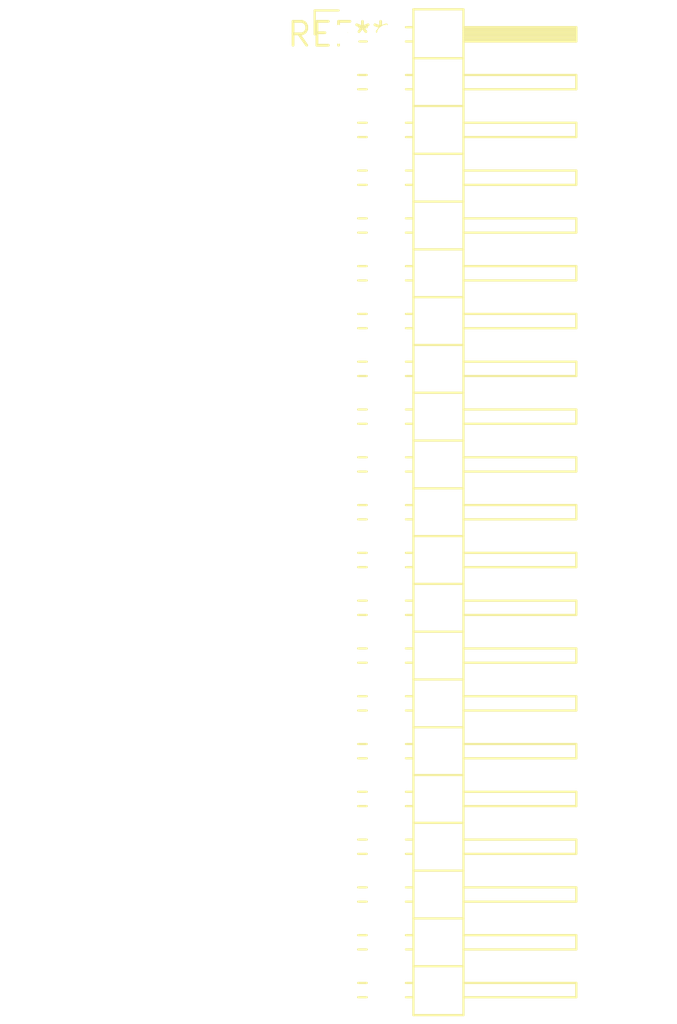
<source format=kicad_pcb>
(kicad_pcb (version 20240108) (generator pcbnew)
  (layers (0 "F.Cu" signal) (31 "B.Cu" signal) (34 "B.Paste" user) (35 "F.Paste" user) (36 "B.SilkS" user "B.Silkscreen") (37 "F.SilkS" user "F.Silkscreen") (38 "B.Mask" user) (39 "F.Mask" user) (44 "Edge.Cuts" user))
  (net 0 "")
  (footprint "PinHeader_2x21_P2.54mm_Horizontal" (layer "F.Cu") (at 0 0)
    (property "Reference" "REF**")
    (property "Value" "PinHeader_2x21_P2.54mm_Horizontal")
    (fp_line (start -1.27 -1.27) (end 0 -1.27) (layer "F.SilkS") (stroke (width 0.12)))
    (fp_line (start -1.27 0) (end -1.27 -1.27) (layer "F.SilkS") (stroke (width 0.12)))
    (fp_line (start 1.042929 2.16) (end 1.497071 2.16) (layer "F.SilkS") (stroke (width 0.12)))
    (fp_line (start 1.042929 2.92) (end 1.497071 2.92) (layer "F.SilkS") (stroke (width 0.12)))
    (fp_line (start 1.042929 4.7) (end 1.497071 4.7) (layer "F.SilkS") (stroke (width 0.12)))
    (fp_line (start 1.042929 5.46) (end 1.497071 5.46) (layer "F.SilkS") (stroke (width 0.12)))
    (fp_line (start 1.042929 7.24) (end 1.497071 7.24) (layer "F.SilkS") (stroke (width 0.12)))
    (fp_line (start 1.042929 8) (end 1.497071 8) (layer "F.SilkS") (stroke (width 0.12)))
    (fp_line (start 1.042929 9.78) (end 1.497071 9.78) (layer "F.SilkS") (stroke (width 0.12)))
    (fp_line (start 1.042929 10.54) (end 1.497071 10.54) (layer "F.SilkS") (stroke (width 0.12)))
    (fp_line (start 1.042929 12.32) (end 1.497071 12.32) (layer "F.SilkS") (stroke (width 0.12)))
    (fp_line (start 1.042929 13.08) (end 1.497071 13.08) (layer "F.SilkS") (stroke (width 0.12)))
    (fp_line (start 1.042929 14.86) (end 1.497071 14.86) (layer "F.SilkS") (stroke (width 0.12)))
    (fp_line (start 1.042929 15.62) (end 1.497071 15.62) (layer "F.SilkS") (stroke (width 0.12)))
    (fp_line (start 1.042929 17.4) (end 1.497071 17.4) (layer "F.SilkS") (stroke (width 0.12)))
    (fp_line (start 1.042929 18.16) (end 1.497071 18.16) (layer "F.SilkS") (stroke (width 0.12)))
    (fp_line (start 1.042929 19.94) (end 1.497071 19.94) (layer "F.SilkS") (stroke (width 0.12)))
    (fp_line (start 1.042929 20.7) (end 1.497071 20.7) (layer "F.SilkS") (stroke (width 0.12)))
    (fp_line (start 1.042929 22.48) (end 1.497071 22.48) (layer "F.SilkS") (stroke (width 0.12)))
    (fp_line (start 1.042929 23.24) (end 1.497071 23.24) (layer "F.SilkS") (stroke (width 0.12)))
    (fp_line (start 1.042929 25.02) (end 1.497071 25.02) (layer "F.SilkS") (stroke (width 0.12)))
    (fp_line (start 1.042929 25.78) (end 1.497071 25.78) (layer "F.SilkS") (stroke (width 0.12)))
    (fp_line (start 1.042929 27.56) (end 1.497071 27.56) (layer "F.SilkS") (stroke (width 0.12)))
    (fp_line (start 1.042929 28.32) (end 1.497071 28.32) (layer "F.SilkS") (stroke (width 0.12)))
    (fp_line (start 1.042929 30.1) (end 1.497071 30.1) (layer "F.SilkS") (stroke (width 0.12)))
    (fp_line (start 1.042929 30.86) (end 1.497071 30.86) (layer "F.SilkS") (stroke (width 0.12)))
    (fp_line (start 1.042929 32.64) (end 1.497071 32.64) (layer "F.SilkS") (stroke (width 0.12)))
    (fp_line (start 1.042929 33.4) (end 1.497071 33.4) (layer "F.SilkS") (stroke (width 0.12)))
    (fp_line (start 1.042929 35.18) (end 1.497071 35.18) (layer "F.SilkS") (stroke (width 0.12)))
    (fp_line (start 1.042929 35.94) (end 1.497071 35.94) (layer "F.SilkS") (stroke (width 0.12)))
    (fp_line (start 1.042929 37.72) (end 1.497071 37.72) (layer "F.SilkS") (stroke (width 0.12)))
    (fp_line (start 1.042929 38.48) (end 1.497071 38.48) (layer "F.SilkS") (stroke (width 0.12)))
    (fp_line (start 1.042929 40.26) (end 1.497071 40.26) (layer "F.SilkS") (stroke (width 0.12)))
    (fp_line (start 1.042929 41.02) (end 1.497071 41.02) (layer "F.SilkS") (stroke (width 0.12)))
    (fp_line (start 1.042929 42.8) (end 1.497071 42.8) (layer "F.SilkS") (stroke (width 0.12)))
    (fp_line (start 1.042929 43.56) (end 1.497071 43.56) (layer "F.SilkS") (stroke (width 0.12)))
    (fp_line (start 1.042929 45.34) (end 1.497071 45.34) (layer "F.SilkS") (stroke (width 0.12)))
    (fp_line (start 1.042929 46.1) (end 1.497071 46.1) (layer "F.SilkS") (stroke (width 0.12)))
    (fp_line (start 1.042929 47.88) (end 1.497071 47.88) (layer "F.SilkS") (stroke (width 0.12)))
    (fp_line (start 1.042929 48.64) (end 1.497071 48.64) (layer "F.SilkS") (stroke (width 0.12)))
    (fp_line (start 1.042929 50.42) (end 1.497071 50.42) (layer "F.SilkS") (stroke (width 0.12)))
    (fp_line (start 1.042929 51.18) (end 1.497071 51.18) (layer "F.SilkS") (stroke (width 0.12)))
    (fp_line (start 1.11 -0.38) (end 1.497071 -0.38) (layer "F.SilkS") (stroke (width 0.12)))
    (fp_line (start 1.11 0.38) (end 1.497071 0.38) (layer "F.SilkS") (stroke (width 0.12)))
    (fp_line (start 3.582929 -0.38) (end 3.98 -0.38) (layer "F.SilkS") (stroke (width 0.12)))
    (fp_line (start 3.582929 0.38) (end 3.98 0.38) (layer "F.SilkS") (stroke (width 0.12)))
    (fp_line (start 3.582929 2.16) (end 3.98 2.16) (layer "F.SilkS") (stroke (width 0.12)))
    (fp_line (start 3.582929 2.92) (end 3.98 2.92) (layer "F.SilkS") (stroke (width 0.12)))
    (fp_line (start 3.582929 4.7) (end 3.98 4.7) (layer "F.SilkS") (stroke (width 0.12)))
    (fp_line (start 3.582929 5.46) (end 3.98 5.46) (layer "F.SilkS") (stroke (width 0.12)))
    (fp_line (start 3.582929 7.24) (end 3.98 7.24) (layer "F.SilkS") (stroke (width 0.12)))
    (fp_line (start 3.582929 8) (end 3.98 8) (layer "F.SilkS") (stroke (width 0.12)))
    (fp_line (start 3.582929 9.78) (end 3.98 9.78) (layer "F.SilkS") (stroke (width 0.12)))
    (fp_line (start 3.582929 10.54) (end 3.98 10.54) (layer "F.SilkS") (stroke (width 0.12)))
    (fp_line (start 3.582929 12.32) (end 3.98 12.32) (layer "F.SilkS") (stroke (width 0.12)))
    (fp_line (start 3.582929 13.08) (end 3.98 13.08) (layer "F.SilkS") (stroke (width 0.12)))
    (fp_line (start 3.582929 14.86) (end 3.98 14.86) (layer "F.SilkS") (stroke (width 0.12)))
    (fp_line (start 3.582929 15.62) (end 3.98 15.62) (layer "F.SilkS") (stroke (width 0.12)))
    (fp_line (start 3.582929 17.4) (end 3.98 17.4) (layer "F.SilkS") (stroke (width 0.12)))
    (fp_line (start 3.582929 18.16) (end 3.98 18.16) (layer "F.SilkS") (stroke (width 0.12)))
    (fp_line (start 3.582929 19.94) (end 3.98 19.94) (layer "F.SilkS") (stroke (width 0.12)))
    (fp_line (start 3.582929 20.7) (end 3.98 20.7) (layer "F.SilkS") (stroke (width 0.12)))
    (fp_line (start 3.582929 22.48) (end 3.98 22.48) (layer "F.SilkS") (stroke (width 0.12)))
    (fp_line (start 3.582929 23.24) (end 3.98 23.24) (layer "F.SilkS") (stroke (width 0.12)))
    (fp_line (start 3.582929 25.02) (end 3.98 25.02) (layer "F.SilkS") (stroke (width 0.12)))
    (fp_line (start 3.582929 25.78) (end 3.98 25.78) (layer "F.SilkS") (stroke (width 0.12)))
    (fp_line (start 3.582929 27.56) (end 3.98 27.56) (layer "F.SilkS") (stroke (width 0.12)))
    (fp_line (start 3.582929 28.32) (end 3.98 28.32) (layer "F.SilkS") (stroke (width 0.12)))
    (fp_line (start 3.582929 30.1) (end 3.98 30.1) (layer "F.SilkS") (stroke (width 0.12)))
    (fp_line (start 3.582929 30.86) (end 3.98 30.86) (layer "F.SilkS") (stroke (width 0.12)))
    (fp_line (start 3.582929 32.64) (end 3.98 32.64) (layer "F.SilkS") (stroke (width 0.12)))
    (fp_line (start 3.582929 33.4) (end 3.98 33.4) (layer "F.SilkS") (stroke (width 0.12)))
    (fp_line (start 3.582929 35.18) (end 3.98 35.18) (layer "F.SilkS") (stroke (width 0.12)))
    (fp_line (start 3.582929 35.94) (end 3.98 35.94) (layer "F.SilkS") (stroke (width 0.12)))
    (fp_line (start 3.582929 37.72) (end 3.98 37.72) (layer "F.SilkS") (stroke (width 0.12)))
    (fp_line (start 3.582929 38.48) (end 3.98 38.48) (layer "F.SilkS") (stroke (width 0.12)))
    (fp_line (start 3.582929 40.26) (end 3.98 40.26) (layer "F.SilkS") (stroke (width 0.12)))
    (fp_line (start 3.582929 41.02) (end 3.98 41.02) (layer "F.SilkS") (stroke (width 0.12)))
    (fp_line (start 3.582929 42.8) (end 3.98 42.8) (layer "F.SilkS") (stroke (width 0.12)))
    (fp_line (start 3.582929 43.56) (end 3.98 43.56) (layer "F.SilkS") (stroke (width 0.12)))
    (fp_line (start 3.582929 45.34) (end 3.98 45.34) (layer "F.SilkS") (stroke (width 0.12)))
    (fp_line (start 3.582929 46.1) (end 3.98 46.1) (layer "F.SilkS") (stroke (width 0.12)))
    (fp_line (start 3.582929 47.88) (end 3.98 47.88) (layer "F.SilkS") (stroke (width 0.12)))
    (fp_line (start 3.582929 48.64) (end 3.98 48.64) (layer "F.SilkS") (stroke (width 0.12)))
    (fp_line (start 3.582929 50.42) (end 3.98 50.42) (layer "F.SilkS") (stroke (width 0.12)))
    (fp_line (start 3.582929 51.18) (end 3.98 51.18) (layer "F.SilkS") (stroke (width 0.12)))
    (fp_line (start 3.98 -1.33) (end 3.98 52.13) (layer "F.SilkS") (stroke (width 0.12)))
    (fp_line (start 3.98 1.27) (end 6.64 1.27) (layer "F.SilkS") (stroke (width 0.12)))
    (fp_line (start 3.98 3.81) (end 6.64 3.81) (layer "F.SilkS") (stroke (width 0.12)))
    (fp_line (start 3.98 6.35) (end 6.64 6.35) (layer "F.SilkS") (stroke (width 0.12)))
    (fp_line (start 3.98 8.89) (end 6.64 8.89) (layer "F.SilkS") (stroke (width 0.12)))
    (fp_line (start 3.98 11.43) (end 6.64 11.43) (layer "F.SilkS") (stroke (width 0.12)))
    (fp_line (start 3.98 13.97) (end 6.64 13.97) (layer "F.SilkS") (stroke (width 0.12)))
    (fp_line (start 3.98 16.51) (end 6.64 16.51) (layer "F.SilkS") (stroke (width 0.12)))
    (fp_line (start 3.98 19.05) (end 6.64 19.05) (layer "F.SilkS") (stroke (width 0.12)))
    (fp_line (start 3.98 21.59) (end 6.64 21.59) (layer "F.SilkS") (stroke (width 0.12)))
    (fp_line (start 3.98 24.13) (end 6.64 24.13) (layer "F.SilkS") (stroke (width 0.12)))
    (fp_line (start 3.98 26.67) (end 6.64 26.67) (layer "F.SilkS") (stroke (width 0.12)))
    (fp_line (start 3.98 29.21) (end 6.64 29.21) (layer "F.SilkS") (stroke (width 0.12)))
    (fp_line (start 3.98 31.75) (end 6.64 31.75) (layer "F.SilkS") (stroke (width 0.12)))
    (fp_line (start 3.98 34.29) (end 6.64 34.29) (layer "F.SilkS") (stroke (width 0.12)))
    (fp_line (start 3.98 36.83) (end 6.64 36.83) (layer "F.SilkS") (stroke (width 0.12)))
    (fp_line (start 3.98 39.37) (end 6.64 39.37) (layer "F.SilkS") (stroke (width 0.12)))
    (fp_line (start 3.98 41.91) (end 6.64 41.91) (layer "F.SilkS") (stroke (width 0.12)))
    (fp_line (start 3.98 44.45) (end 6.64 44.45) (layer "F.SilkS") (stroke (width 0.12)))
    (fp_line (start 3.98 46.99) (end 6.64 46.99) (layer "F.SilkS") (stroke (width 0.12)))
    (fp_line (start 3.98 49.53) (end 6.64 49.53) (layer "F.SilkS") (stroke (width 0.12)))
    (fp_line (start 3.98 52.13) (end 6.64 52.13) (layer "F.SilkS") (stroke (width 0.12)))
    (fp_line (start 6.64 -1.33) (end 3.98 -1.33) (layer "F.SilkS") (stroke (width 0.12)))
    (fp_line (start 6.64 -0.38) (end 12.64 -0.38) (layer "F.SilkS") (stroke (width 0.12)))
    (fp_line (start 6.64 -0.32) (end 12.64 -0.32) (layer "F.SilkS") (stroke (width 0.12)))
    (fp_line (start 6.64 -0.2) (end 12.64 -0.2) (layer "F.SilkS") (stroke (width 0.12)))
    (fp_line (start 6.64 -0.08) (end 12.64 -0.08) (layer "F.SilkS") (stroke (width 0.12)))
    (fp_line (start 6.64 0.04) (end 12.64 0.04) (layer "F.SilkS") (stroke (width 0.12)))
    (fp_line (start 6.64 0.16) (end 12.64 0.16) (layer "F.SilkS") (stroke (width 0.12)))
    (fp_line (start 6.64 0.28) (end 12.64 0.28) (layer "F.SilkS") (stroke (width 0.12)))
    (fp_line (start 6.64 2.16) (end 12.64 2.16) (layer "F.SilkS") (stroke (width 0.12)))
    (fp_line (start 6.64 4.7) (end 12.64 4.7) (layer "F.SilkS") (stroke (width 0.12)))
    (fp_line (start 6.64 7.24) (end 12.64 7.24) (layer "F.SilkS") (stroke (width 0.12)))
    (fp_line (start 6.64 9.78) (end 12.64 9.78) (layer "F.SilkS") (stroke (width 0.12)))
    (fp_line (start 6.64 12.32) (end 12.64 12.32) (layer "F.SilkS") (stroke (width 0.12)))
    (fp_line (start 6.64 14.86) (end 12.64 14.86) (layer "F.SilkS") (stroke (width 0.12)))
    (fp_line (start 6.64 17.4) (end 12.64 17.4) (layer "F.SilkS") (stroke (width 0.12)))
    (fp_line (start 6.64 19.94) (end 12.64 19.94) (layer "F.SilkS") (stroke (width 0.12)))
    (fp_line (start 6.64 22.48) (end 12.64 22.48) (layer "F.SilkS") (stroke (width 0.12)))
    (fp_line (start 6.64 25.02) (end 12.64 25.02) (layer "F.SilkS") (stroke (width 0.12)))
    (fp_line (start 6.64 27.56) (end 12.64 27.56) (layer "F.SilkS") (stroke (width 0.12)))
    (fp_line (start 6.64 30.1) (end 12.64 30.1) (layer "F.SilkS") (stroke (width 0.12)))
    (fp_line (start 6.64 32.64) (end 12.64 32.64) (layer "F.SilkS") (stroke (width 0.12)))
    (fp_line (start 6.64 35.18) (end 12.64 35.18) (layer "F.SilkS") (stroke (width 0.12)))
    (fp_line (start 6.64 37.72) (end 12.64 37.72) (layer "F.SilkS") (stroke (width 0.12)))
    (fp_line (start 6.64 40.26) (end 12.64 40.26) (layer "F.SilkS") (stroke (width 0.12)))
    (fp_line (start 6.64 42.8) (end 12.64 42.8) (layer "F.SilkS") (stroke (width 0.12)))
    (fp_line (start 6.64 45.34) (end 12.64 45.34) (layer "F.SilkS") (stroke (width 0.12)))
    (fp_line (start 6.64 47.88) (end 12.64 47.88) (layer "F.SilkS") (stroke (width 0.12)))
    (fp_line (start 6.64 50.42) (end 12.64 50.42) (layer "F.SilkS") (stroke (width 0.12)))
    (fp_line (start 6.64 52.13) (end 6.64 -1.33) (layer "F.SilkS") (stroke (width 0.12)))
    (fp_line (start 12.64 -0.38) (end 12.64 0.38) (layer "F.SilkS") (stroke (width 0.12)))
    (fp_line (start 12.64 0.38) (end 6.64 0.38) (layer "F.SilkS") (stroke (width 0.12)))
    (fp_line (start 12.64 2.16) (end 12.64 2.92) (layer "F.SilkS") (stroke (width 0.12)))
    (fp_line (start 12.64 2.92) (end 6.64 2.92) (layer "F.SilkS") (stroke (width 0.12)))
    (fp_line (start 12.64 4.7) (end 12.64 5.46) (layer "F.SilkS") (stroke (width 0.12)))
    (fp_line (start 12.64 5.46) (end 6.64 5.46) (layer "F.SilkS") (stroke (width 0.12)))
    (fp_line (start 12.64 7.24) (end 12.64 8) (layer "F.SilkS") (stroke (width 0.12)))
    (fp_line (start 12.64 8) (end 6.64 8) (layer "F.SilkS") (stroke (width 0.12)))
    (fp_line (start 12.64 9.78) (end 12.64 10.54) (layer "F.SilkS") (stroke (width 0.12)))
    (fp_line (start 12.64 10.54) (end 6.64 10.54) (layer "F.SilkS") (stroke (width 0.12)))
    (fp_line (start 12.64 12.32) (end 12.64 13.08) (layer "F.SilkS") (stroke (width 0.12)))
    (fp_line (start 12.64 13.08) (end 6.64 13.08) (layer "F.SilkS") (stroke (width 0.12)))
    (fp_line (start 12.64 14.86) (end 12.64 15.62) (layer "F.SilkS") (stroke (width 0.12)))
    (fp_line (start 12.64 15.62) (end 6.64 15.62) (layer "F.SilkS") (stroke (width 0.12)))
    (fp_line (start 12.64 17.4) (end 12.64 18.16) (layer "F.SilkS") (stroke (width 0.12)))
    (fp_line (start 12.64 18.16) (end 6.64 18.16) (layer "F.SilkS") (stroke (width 0.12)))
    (fp_line (start 12.64 19.94) (end 12.64 20.7) (layer "F.SilkS") (stroke (width 0.12)))
    (fp_line (start 12.64 20.7) (end 6.64 20.7) (layer "F.SilkS") (stroke (width 0.12)))
    (fp_line (start 12.64 22.48) (end 12.64 23.24) (layer "F.SilkS") (stroke (width 0.12)))
    (fp_line (start 12.64 23.24) (end 6.64 23.24) (layer "F.SilkS") (stroke (width 0.12)))
    (fp_line (start 12.64 25.02) (end 12.64 25.78) (layer "F.SilkS") (stroke (width 0.12)))
    (fp_line (start 12.64 25.78) (end 6.64 25.78) (layer "F.SilkS") (stroke (width 0.12)))
    (fp_line (start 12.64 27.56) (end 12.64 28.32) (layer "F.SilkS") (stroke (width 0.12)))
    (fp_line (start 12.64 28.32) (end 6.64 28.32) (layer "F.SilkS") (stroke (width 0.12)))
    (fp_line (start 12.64 30.1) (end 12.64 30.86) (layer "F.SilkS") (stroke (width 0.12)))
    (fp_line (start 12.64 30.86) (end 6.64 30.86) (layer "F.SilkS") (stroke (width 0.12)))
    (fp_line (start 12.64 32.64) (end 12.64 33.4) (layer "F.SilkS") (stroke (width 0.12)))
    (fp_line (start 12.64 33.4) (end 6.64 33.4) (layer "F.SilkS") (stroke (width 0.12)))
    (fp_line (start 12.64 35.18) (end 12.64 35.94) (layer "F.SilkS") (stroke (width 0.12)))
    (fp_line (start 12.64 35.94) (end 6.64 35.94) (layer "F.SilkS") (stroke (width 0.12)))
    (fp_line (start 12.64 37.72) (end 12.64 38.48) (layer "F.SilkS") (stroke (width 0.12)))
    (fp_line (start 12.64 38.48) (end 6.64 38.48) (layer "F.SilkS") (stroke (width 0.12)))
    (fp_line (start 12.64 40.26) (end 12.64 41.02) (layer "F.SilkS") (stroke (width 0.12)))
    (fp_line (start 12.64 41.02) (end 6.64 41.02) (layer "F.SilkS") (stroke (width 0.12)))
    (fp_line (start 12.64 42.8) (end 12.64 43.56) (layer "F.SilkS") (stroke (width 0.12)))
    (fp_line (start 12.64 43.56) (end 6.64 43.56) (layer "F.SilkS") (stroke (width 0.12)))
    (fp_line (start 12.64 45.34) (end 12.64 46.1) (layer "F.SilkS") (stroke (width 0.12)))
    (fp_line (start 12.64 46.1) (end 6.64 46.1) (layer "F.SilkS") (stroke (width 0.12)))
    (fp_line (start 12.64 47.88) (end 12.64 48.64) (layer "F.SilkS") (stroke (width 0.12)))
    (fp_line (start 12.64 48.64) (end 6.64 48.64) (layer "F.SilkS") (stroke (width 0.12)))
    (fp_line (start 12.64 50.42) (end 12.64 51.18) (layer "F.SilkS") (stroke (width 0.12)))
    (fp_line (start 12.64 51.18) (end 6.64 51.18) (layer "F.SilkS") (stroke (width 0.12)))
    (pad "1" thru_hole rect (at 0 0) (size 1.7 1.7) (drill 1) (layers *.Cu *.Mask) (remove_unused_layers))
    (pad "2" thru_hole oval (at 2.54 0) (size 1.7 1.7) (drill 1) (layers *.Cu *.Mask) (remove_unused_layers))
    (pad "3" thru_hole oval (at 0 2.54) (size 1.7 1.7) (drill 1) (layers *.Cu *.Mask) (remove_unused_layers))
    (pad "4" thru_hole oval (at 2.54 2.54) (size 1.7 1.7) (drill 1) (layers *.Cu *.Mask) (remove_unused_layers))
    (pad "5" thru_hole oval (at 0 5.08) (size 1.7 1.7) (drill 1) (layers *.Cu *.Mask) (remove_unused_layers))
    (pad "6" thru_hole oval (at 2.54 5.08) (size 1.7 1.7) (drill 1) (layers *.Cu *.Mask) (remove_unused_layers))
    (pad "7" thru_hole oval (at 0 7.62) (size 1.7 1.7) (drill 1) (layers *.Cu *.Mask) (remove_unused_layers))
    (pad "8" thru_hole oval (at 2.54 7.62) (size 1.7 1.7) (drill 1) (layers *.Cu *.Mask) (remove_unused_layers))
    (pad "9" thru_hole oval (at 0 10.16) (size 1.7 1.7) (drill 1) (layers *.Cu *.Mask) (remove_unused_layers))
    (pad "10" thru_hole oval (at 2.54 10.16) (size 1.7 1.7) (drill 1) (layers *.Cu *.Mask) (remove_unused_layers))
    (pad "11" thru_hole oval (at 0 12.7) (size 1.7 1.7) (drill 1) (layers *.Cu *.Mask) (remove_unused_layers))
    (pad "12" thru_hole oval (at 2.54 12.7) (size 1.7 1.7) (drill 1) (layers *.Cu *.Mask) (remove_unused_layers))
    (pad "13" thru_hole oval (at 0 15.24) (size 1.7 1.7) (drill 1) (layers *.Cu *.Mask) (remove_unused_layers))
    (pad "14" thru_hole oval (at 2.54 15.24) (size 1.7 1.7) (drill 1) (layers *.Cu *.Mask) (remove_unused_layers))
    (pad "15" thru_hole oval (at 0 17.78) (size 1.7 1.7) (drill 1) (layers *.Cu *.Mask) (remove_unused_layers))
    (pad "16" thru_hole oval (at 2.54 17.78) (size 1.7 1.7) (drill 1) (layers *.Cu *.Mask) (remove_unused_layers))
    (pad "17" thru_hole oval (at 0 20.32) (size 1.7 1.7) (drill 1) (layers *.Cu *.Mask) (remove_unused_layers))
    (pad "18" thru_hole oval (at 2.54 20.32) (size 1.7 1.7) (drill 1) (layers *.Cu *.Mask) (remove_unused_layers))
    (pad "19" thru_hole oval (at 0 22.86) (size 1.7 1.7) (drill 1) (layers *.Cu *.Mask) (remove_unused_layers))
    (pad "20" thru_hole oval (at 2.54 22.86) (size 1.7 1.7) (drill 1) (layers *.Cu *.Mask) (remove_unused_layers))
    (pad "21" thru_hole oval (at 0 25.4) (size 1.7 1.7) (drill 1) (layers *.Cu *.Mask) (remove_unused_layers))
    (pad "22" thru_hole oval (at 2.54 25.4) (size 1.7 1.7) (drill 1) (layers *.Cu *.Mask) (remove_unused_layers))
    (pad "23" thru_hole oval (at 0 27.94) (size 1.7 1.7) (drill 1) (layers *.Cu *.Mask) (remove_unused_layers))
    (pad "24" thru_hole oval (at 2.54 27.94) (size 1.7 1.7) (drill 1) (layers *.Cu *.Mask) (remove_unused_layers))
    (pad "25" thru_hole oval (at 0 30.48) (size 1.7 1.7) (drill 1) (layers *.Cu *.Mask) (remove_unused_layers))
    (pad "26" thru_hole oval (at 2.54 30.48) (size 1.7 1.7) (drill 1) (layers *.Cu *.Mask) (remove_unused_layers))
    (pad "27" thru_hole oval (at 0 33.02) (size 1.7 1.7) (drill 1) (layers *.Cu *.Mask) (remove_unused_layers))
    (pad "28" thru_hole oval (at 2.54 33.02) (size 1.7 1.7) (drill 1) (layers *.Cu *.Mask) (remove_unused_layers))
    (pad "29" thru_hole oval (at 0 35.56) (size 1.7 1.7) (drill 1) (layers *.Cu *.Mask) (remove_unused_layers))
    (pad "30" thru_hole oval (at 2.54 35.56) (size 1.7 1.7) (drill 1) (layers *.Cu *.Mask) (remove_unused_layers))
    (pad "31" thru_hole oval (at 0 38.1) (size 1.7 1.7) (drill 1) (layers *.Cu *.Mask) (remove_unused_layers))
    (pad "32" thru_hole oval (at 2.54 38.1) (size 1.7 1.7) (drill 1) (layers *.Cu *.Mask) (remove_unused_layers))
    (pad "33" thru_hole oval (at 0 40.64) (size 1.7 1.7) (drill 1) (layers *.Cu *.Mask) (remove_unused_layers))
    (pad "34" thru_hole oval (at 2.54 40.64) (size 1.7 1.7) (drill 1) (layers *.Cu *.Mask) (remove_unused_layers))
    (pad "35" thru_hole oval (at 0 43.18) (size 1.7 1.7) (drill 1) (layers *.Cu *.Mask) (remove_unused_layers))
    (pad "36" thru_hole oval (at 2.54 43.18) (size 1.7 1.7) (drill 1) (layers *.Cu *.Mask) (remove_unused_layers))
    (pad "37" thru_hole oval (at 0 45.72) (size 1.7 1.7) (drill 1) (layers *.Cu *.Mask) (remove_unused_layers))
    (pad "38" thru_hole oval (at 2.54 45.72) (size 1.7 1.7) (drill 1) (layers *.Cu *.Mask) (remove_unused_layers))
    (pad "39" thru_hole oval (at 0 48.26) (size 1.7 1.7) (drill 1) (layers *.Cu *.Mask) (remove_unused_layers))
    (pad "40" thru_hole oval (at 2.54 48.26) (size 1.7 1.7) (drill 1) (layers *.Cu *.Mask) (remove_unused_layers))
    (pad "41" thru_hole oval (at 0 50.8) (size 1.7 1.7) (drill 1) (layers *.Cu *.Mask) (remove_unused_layers))
    (pad "42" thru_hole oval (at 2.54 50.8) (size 1.7 1.7) (drill 1) (layers *.Cu *.Mask) (remove_unused_layers))
  )
)
</source>
